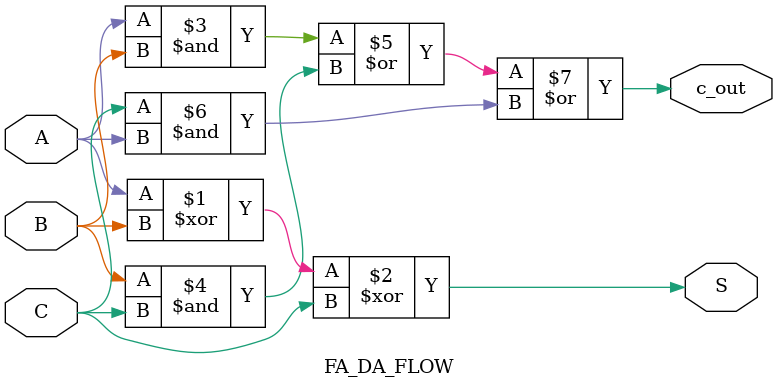
<source format=v>
`timescale 1ns / 1ps

module RCA_DA_FLOW(
output [3:0]S,
output c_out,
input [3:0]a,
input [3:0]b,
input Cin
);
wire c1,c2,c3;
FA_DA_FLOW u1(S[0],c1,a[0],b[0],Cin);
FA_DA_FLOW u2(S[1],c2,a[1],b[1],c1);
FA_DA_FLOW u3(S[2],c3,a[2],b[2],c2);
FA_DA_FLOW u4(S[3],c_out,a[3],b[3],c3);

endmodule

module FA_DA_FLOW(
output S,
output c_out,
input A,
input B,
input C
);
assign S=A^B^C;
assign c_out=(A&B)|(B&C)|(C&A);
endmodule
</source>
